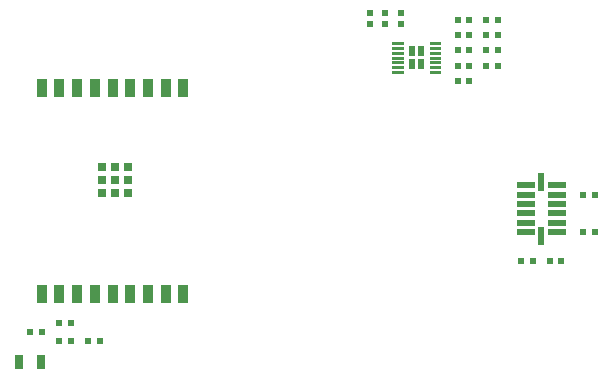
<source format=gbr>
G04 EAGLE Gerber RS-274X export*
G75*
%MOMM*%
%FSLAX34Y34*%
%LPD*%
%INSolderpaste Top*%
%IPPOS*%
%AMOC8*
5,1,8,0,0,1.08239X$1,22.5*%
G01*
%ADD10R,0.900000X1.500000*%
%ADD11R,0.700000X0.700000*%
%ADD12R,0.700000X1.300000*%
%ADD13R,0.600000X0.600000*%
%ADD14R,0.570000X0.870000*%
%ADD15C,0.055000*%
%ADD16R,1.550000X0.600000*%
%ADD17R,0.600000X1.550000*%


D10*
X-504000Y82500D03*
X-489000Y82500D03*
X-474000Y82500D03*
X-459000Y82500D03*
X-444000Y82500D03*
X-429000Y82500D03*
X-414000Y82500D03*
X-399000Y82500D03*
X-384000Y82500D03*
X-384000Y257500D03*
X-399000Y257500D03*
X-414000Y257500D03*
X-429000Y257500D03*
X-444000Y257500D03*
X-459000Y257500D03*
X-474000Y257500D03*
X-489000Y257500D03*
X-504000Y257500D03*
D11*
X-442000Y179600D03*
X-442000Y190600D03*
X-442000Y168600D03*
X-453000Y168600D03*
X-453000Y179600D03*
X-453000Y190600D03*
X-431000Y190600D03*
X-431000Y179600D03*
X-431000Y168600D03*
D12*
X-523500Y25000D03*
X-504500Y25000D03*
D13*
X-514000Y51000D03*
X-504000Y51000D03*
X-479000Y43000D03*
X-489000Y43000D03*
X-489000Y58000D03*
X-479000Y58000D03*
D14*
X-190800Y288300D03*
X-190800Y277700D03*
X-183200Y288300D03*
X-183200Y277700D03*
D15*
X-198325Y294175D02*
X-207375Y294175D01*
X-207375Y295825D01*
X-198325Y295825D01*
X-198325Y294175D01*
X-198325Y294697D02*
X-207375Y294697D01*
X-207375Y295219D02*
X-198325Y295219D01*
X-198325Y295741D02*
X-207375Y295741D01*
X-207375Y290175D02*
X-198325Y290175D01*
X-207375Y290175D02*
X-207375Y291825D01*
X-198325Y291825D01*
X-198325Y290175D01*
X-198325Y290697D02*
X-207375Y290697D01*
X-207375Y291219D02*
X-198325Y291219D01*
X-198325Y291741D02*
X-207375Y291741D01*
X-207375Y286175D02*
X-198325Y286175D01*
X-207375Y286175D02*
X-207375Y287825D01*
X-198325Y287825D01*
X-198325Y286175D01*
X-198325Y286697D02*
X-207375Y286697D01*
X-207375Y287219D02*
X-198325Y287219D01*
X-198325Y287741D02*
X-207375Y287741D01*
X-207375Y282175D02*
X-198325Y282175D01*
X-207375Y282175D02*
X-207375Y283825D01*
X-198325Y283825D01*
X-198325Y282175D01*
X-198325Y282697D02*
X-207375Y282697D01*
X-207375Y283219D02*
X-198325Y283219D01*
X-198325Y283741D02*
X-207375Y283741D01*
X-207375Y278175D02*
X-198325Y278175D01*
X-207375Y278175D02*
X-207375Y279825D01*
X-198325Y279825D01*
X-198325Y278175D01*
X-198325Y278697D02*
X-207375Y278697D01*
X-207375Y279219D02*
X-198325Y279219D01*
X-198325Y279741D02*
X-207375Y279741D01*
X-207375Y274175D02*
X-198325Y274175D01*
X-207375Y274175D02*
X-207375Y275825D01*
X-198325Y275825D01*
X-198325Y274175D01*
X-198325Y274697D02*
X-207375Y274697D01*
X-207375Y275219D02*
X-198325Y275219D01*
X-198325Y275741D02*
X-207375Y275741D01*
X-207375Y270175D02*
X-198325Y270175D01*
X-207375Y270175D02*
X-207375Y271825D01*
X-198325Y271825D01*
X-198325Y270175D01*
X-198325Y270697D02*
X-207375Y270697D01*
X-207375Y271219D02*
X-198325Y271219D01*
X-198325Y271741D02*
X-207375Y271741D01*
X-175675Y271825D02*
X-166625Y271825D01*
X-166625Y270175D01*
X-175675Y270175D01*
X-175675Y271825D01*
X-175675Y270697D02*
X-166625Y270697D01*
X-166625Y271219D02*
X-175675Y271219D01*
X-175675Y271741D02*
X-166625Y271741D01*
X-166625Y275825D02*
X-175675Y275825D01*
X-166625Y275825D02*
X-166625Y274175D01*
X-175675Y274175D01*
X-175675Y275825D01*
X-175675Y274697D02*
X-166625Y274697D01*
X-166625Y275219D02*
X-175675Y275219D01*
X-175675Y275741D02*
X-166625Y275741D01*
X-166625Y279825D02*
X-175675Y279825D01*
X-166625Y279825D02*
X-166625Y278175D01*
X-175675Y278175D01*
X-175675Y279825D01*
X-175675Y278697D02*
X-166625Y278697D01*
X-166625Y279219D02*
X-175675Y279219D01*
X-175675Y279741D02*
X-166625Y279741D01*
X-166625Y283825D02*
X-175675Y283825D01*
X-166625Y283825D02*
X-166625Y282175D01*
X-175675Y282175D01*
X-175675Y283825D01*
X-175675Y282697D02*
X-166625Y282697D01*
X-166625Y283219D02*
X-175675Y283219D01*
X-175675Y283741D02*
X-166625Y283741D01*
X-166625Y287825D02*
X-175675Y287825D01*
X-166625Y287825D02*
X-166625Y286175D01*
X-175675Y286175D01*
X-175675Y287825D01*
X-175675Y286697D02*
X-166625Y286697D01*
X-166625Y287219D02*
X-175675Y287219D01*
X-175675Y287741D02*
X-166625Y287741D01*
X-166625Y291825D02*
X-175675Y291825D01*
X-166625Y291825D02*
X-166625Y290175D01*
X-175675Y290175D01*
X-175675Y291825D01*
X-175675Y290697D02*
X-166625Y290697D01*
X-166625Y291219D02*
X-175675Y291219D01*
X-175675Y291741D02*
X-166625Y291741D01*
X-166625Y295825D02*
X-175675Y295825D01*
X-166625Y295825D02*
X-166625Y294175D01*
X-175675Y294175D01*
X-175675Y295825D01*
X-175675Y294697D02*
X-166625Y294697D01*
X-166625Y295219D02*
X-175675Y295219D01*
X-175675Y295741D02*
X-166625Y295741D01*
D13*
X-200000Y311000D03*
X-200000Y321000D03*
X-213000Y311000D03*
X-213000Y321000D03*
X-152000Y263000D03*
X-142000Y263000D03*
X-152000Y276000D03*
X-142000Y276000D03*
X-152000Y302000D03*
X-142000Y302000D03*
X-152000Y289000D03*
X-142000Y289000D03*
X-152000Y315000D03*
X-142000Y315000D03*
X-128000Y302000D03*
X-118000Y302000D03*
X-128000Y315000D03*
X-118000Y315000D03*
X-128000Y276000D03*
X-118000Y276000D03*
X-118000Y289000D03*
X-128000Y289000D03*
X-226000Y311000D03*
X-226000Y321000D03*
D16*
X-94000Y175000D03*
X-94000Y167000D03*
X-94000Y159000D03*
X-94000Y151000D03*
X-94000Y143000D03*
X-94000Y135000D03*
D17*
X-81000Y132000D03*
D16*
X-68000Y135000D03*
X-68000Y143000D03*
X-68000Y151000D03*
X-68000Y159000D03*
X-68000Y167000D03*
X-68000Y175000D03*
D17*
X-81000Y178000D03*
D13*
X-64000Y111000D03*
X-74000Y111000D03*
X-46000Y167000D03*
X-36000Y167000D03*
X-88000Y111000D03*
X-98000Y111000D03*
X-36000Y135000D03*
X-46000Y135000D03*
X-455000Y43000D03*
X-465000Y43000D03*
M02*

</source>
